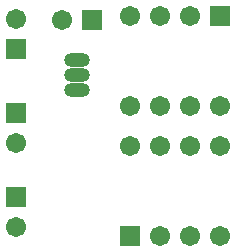
<source format=gbs>
G04 Layer_Color=16711935*
%FSLAX44Y44*%
%MOMM*%
G71*
G01*
G75*
%ADD28R,1.7032X1.7032*%
%ADD29C,1.7032*%
%ADD30R,1.7032X1.7032*%
%ADD31O,2.2032X1.2032*%
%ADD32O,2.2032X1.2032*%
D28*
X90000Y200000D02*
D03*
D29*
X64600D02*
D03*
X25000Y200400D02*
D03*
Y24600D02*
D03*
Y95600D02*
D03*
X147300Y16900D02*
D03*
X172700D02*
D03*
X198100D02*
D03*
X121900Y93100D02*
D03*
X147300D02*
D03*
X172700D02*
D03*
X198100D02*
D03*
X172700Y203100D02*
D03*
X147300D02*
D03*
X121900D02*
D03*
X198100Y126900D02*
D03*
X172700D02*
D03*
X147300D02*
D03*
X121900D02*
D03*
D30*
X25000Y175000D02*
D03*
Y50000D02*
D03*
Y121000D02*
D03*
X121900Y16900D02*
D03*
X198100Y203100D02*
D03*
D31*
X77000Y165700D02*
D03*
Y153000D02*
D03*
D32*
Y140300D02*
D03*
M02*

</source>
